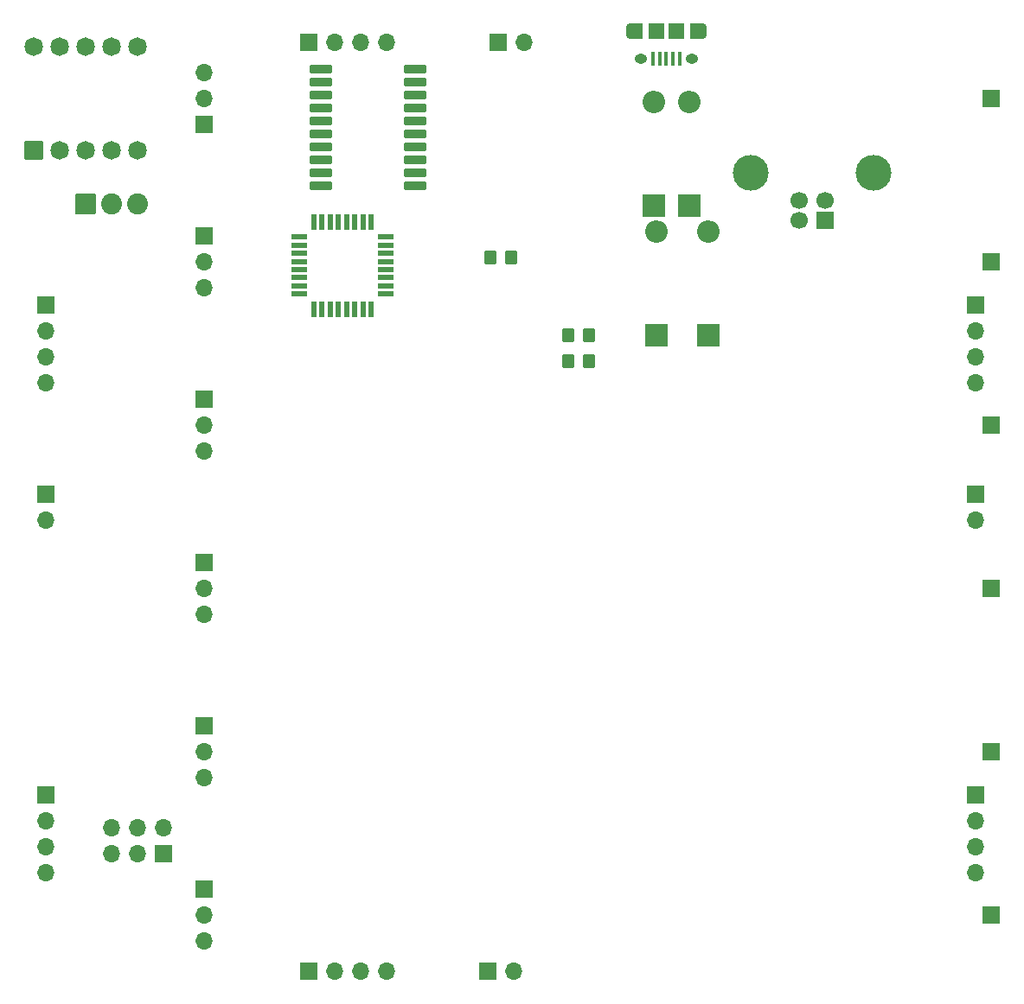
<source format=gbr>
%TF.GenerationSoftware,KiCad,Pcbnew,7.0.9*%
%TF.CreationDate,2024-03-13T01:01:39-05:00*%
%TF.ProjectId,BOARD,424f4152-442e-46b6-9963-61645f706362,rev?*%
%TF.SameCoordinates,Original*%
%TF.FileFunction,Soldermask,Bot*%
%TF.FilePolarity,Negative*%
%FSLAX46Y46*%
G04 Gerber Fmt 4.6, Leading zero omitted, Abs format (unit mm)*
G04 Created by KiCad (PCBNEW 7.0.9) date 2024-03-13 01:01:39*
%MOMM*%
%LPD*%
G01*
G04 APERTURE LIST*
G04 Aperture macros list*
%AMRoundRect*
0 Rectangle with rounded corners*
0 $1 Rounding radius*
0 $2 $3 $4 $5 $6 $7 $8 $9 X,Y pos of 4 corners*
0 Add a 4 corners polygon primitive as box body*
4,1,4,$2,$3,$4,$5,$6,$7,$8,$9,$2,$3,0*
0 Add four circle primitives for the rounded corners*
1,1,$1+$1,$2,$3*
1,1,$1+$1,$4,$5*
1,1,$1+$1,$6,$7*
1,1,$1+$1,$8,$9*
0 Add four rect primitives between the rounded corners*
20,1,$1+$1,$2,$3,$4,$5,0*
20,1,$1+$1,$4,$5,$6,$7,0*
20,1,$1+$1,$6,$7,$8,$9,0*
20,1,$1+$1,$8,$9,$2,$3,0*%
G04 Aperture macros list end*
%ADD10R,1.700000X1.700000*%
%ADD11RoundRect,0.102000X-0.922500X-0.922500X0.922500X-0.922500X0.922500X0.922500X-0.922500X0.922500X0*%
%ADD12C,2.049000*%
%ADD13O,1.700000X1.700000*%
%ADD14RoundRect,0.102000X0.810000X-0.810000X0.810000X0.810000X-0.810000X0.810000X-0.810000X-0.810000X0*%
%ADD15C,1.824000*%
%ADD16R,2.200000X2.200000*%
%ADD17O,2.200000X2.200000*%
%ADD18RoundRect,0.250000X-0.350000X-0.450000X0.350000X-0.450000X0.350000X0.450000X-0.350000X0.450000X0*%
%ADD19R,0.400000X1.350000*%
%ADD20O,0.890000X1.550000*%
%ADD21R,1.200000X1.550000*%
%ADD22O,1.250000X0.950000*%
%ADD23R,1.500000X1.550000*%
%ADD24R,1.600000X0.550000*%
%ADD25R,0.550000X1.600000*%
%ADD26RoundRect,0.144000X0.988000X0.258000X-0.988000X0.258000X-0.988000X-0.258000X0.988000X-0.258000X0*%
%ADD27RoundRect,0.250000X0.350000X0.450000X-0.350000X0.450000X-0.350000X-0.450000X0.350000X-0.450000X0*%
%ADD28C,1.700000*%
%ADD29C,3.500000*%
G04 APERTURE END LIST*
D10*
%TO.C,J57*%
X175000000Y-128000000D03*
%TD*%
D11*
%TO.C,Q1*%
X86360000Y-58310000D03*
D12*
X88900000Y-58310000D03*
X91440000Y-58310000D03*
%TD*%
D10*
%TO.C,J46*%
X175000000Y-48000000D03*
%TD*%
%TO.C,J43*%
X98000000Y-125460000D03*
D13*
X98000000Y-128000000D03*
X98000000Y-130540000D03*
%TD*%
D10*
%TO.C,J40*%
X98000000Y-77460000D03*
D13*
X98000000Y-80000000D03*
X98000000Y-82540000D03*
%TD*%
D10*
%TO.C,J55*%
X175000000Y-112000000D03*
%TD*%
%TO.C,J52*%
X175000000Y-64000000D03*
%TD*%
%TO.C,J61*%
X93980000Y-121920000D03*
D13*
X93980000Y-119380000D03*
X91440000Y-121920000D03*
X91440000Y-119380000D03*
X88900000Y-121920000D03*
X88900000Y-119380000D03*
%TD*%
D10*
%TO.C,J48*%
X173500000Y-116190000D03*
D13*
X173500000Y-118730000D03*
X173500000Y-121270000D03*
X173500000Y-123810000D03*
%TD*%
D10*
%TO.C,J37*%
X98000000Y-50540000D03*
D13*
X98000000Y-48000000D03*
X98000000Y-45460000D03*
%TD*%
D10*
%TO.C,J41*%
X98000000Y-93460000D03*
D13*
X98000000Y-96000000D03*
X98000000Y-98540000D03*
%TD*%
D10*
%TO.C,J44*%
X173500000Y-86725000D03*
D13*
X173500000Y-89265000D03*
%TD*%
D14*
%TO.C,D1*%
X81280000Y-53080000D03*
D15*
X83820000Y-53080000D03*
X86360000Y-53080000D03*
X88900000Y-53080000D03*
X91440000Y-53080000D03*
X91440000Y-42920000D03*
X88900000Y-42920000D03*
X86360000Y-42920000D03*
X83820000Y-42920000D03*
X81280000Y-42920000D03*
%TD*%
D10*
%TO.C,J39*%
X98000000Y-61460000D03*
D13*
X98000000Y-64000000D03*
X98000000Y-66540000D03*
%TD*%
D10*
%TO.C,J51*%
X126725000Y-42500000D03*
D13*
X129265000Y-42500000D03*
%TD*%
D10*
%TO.C,J42*%
X98000000Y-109460000D03*
D13*
X98000000Y-112000000D03*
X98000000Y-114540000D03*
%TD*%
D10*
%TO.C,J59*%
X108190000Y-42500000D03*
D13*
X110730000Y-42500000D03*
X113270000Y-42500000D03*
X115810000Y-42500000D03*
%TD*%
D10*
%TO.C,J54*%
X175000000Y-96000000D03*
%TD*%
D16*
%TO.C,D4*%
X142000000Y-58420000D03*
D17*
X142000000Y-48260000D03*
%TD*%
D10*
%TO.C,J49*%
X173500000Y-68190000D03*
D13*
X173500000Y-70730000D03*
X173500000Y-73270000D03*
X173500000Y-75810000D03*
%TD*%
D10*
%TO.C,J53*%
X175000000Y-80000000D03*
%TD*%
%TO.C,J45*%
X125725000Y-133500000D03*
D13*
X128265000Y-133500000D03*
%TD*%
D18*
%TO.C,R2*%
X133620000Y-71120000D03*
X135620000Y-71120000D03*
%TD*%
D19*
%TO.C,J38*%
X141900000Y-44100000D03*
X142550000Y-44100000D03*
X143200000Y-44100000D03*
X143850000Y-44100000D03*
X144500000Y-44100000D03*
D20*
X139700000Y-41400000D03*
D21*
X140300000Y-41400000D03*
D22*
X140700000Y-44100000D03*
D23*
X142200000Y-41400000D03*
X144200000Y-41400000D03*
D22*
X145700000Y-44100000D03*
D21*
X146100000Y-41400000D03*
D20*
X146700000Y-41400000D03*
%TD*%
D10*
%TO.C,J47*%
X82500000Y-68190000D03*
D13*
X82500000Y-70730000D03*
X82500000Y-73270000D03*
X82500000Y-75810000D03*
%TD*%
D24*
%TO.C,U1*%
X107250000Y-67130000D03*
X107250000Y-66330000D03*
X107250000Y-65530000D03*
X107250000Y-64730000D03*
X107250000Y-63930000D03*
X107250000Y-63130000D03*
X107250000Y-62330000D03*
X107250000Y-61530000D03*
D25*
X108700000Y-60080000D03*
X109500000Y-60080000D03*
X110300000Y-60080000D03*
X111100000Y-60080000D03*
X111900000Y-60080000D03*
X112700000Y-60080000D03*
X113500000Y-60080000D03*
X114300000Y-60080000D03*
D24*
X115750000Y-61530000D03*
X115750000Y-62330000D03*
X115750000Y-63130000D03*
X115750000Y-63930000D03*
X115750000Y-64730000D03*
X115750000Y-65530000D03*
X115750000Y-66330000D03*
X115750000Y-67130000D03*
D25*
X114300000Y-68580000D03*
X113500000Y-68580000D03*
X112700000Y-68580000D03*
X111900000Y-68580000D03*
X111100000Y-68580000D03*
X110300000Y-68580000D03*
X109500000Y-68580000D03*
X108700000Y-68580000D03*
%TD*%
D16*
%TO.C,D3*%
X145500000Y-58420000D03*
D17*
X145500000Y-48260000D03*
%TD*%
D16*
%TO.C,D5*%
X142240000Y-71120000D03*
D17*
X142240000Y-60960000D03*
%TD*%
D16*
%TO.C,D2*%
X147320000Y-71120000D03*
D17*
X147320000Y-60960000D03*
%TD*%
D26*
%TO.C,U2*%
X118640000Y-45085000D03*
X118640000Y-46355000D03*
X118640000Y-47625000D03*
X118640000Y-48895000D03*
X118640000Y-50165000D03*
X118640000Y-51435000D03*
X118640000Y-52705000D03*
X118640000Y-53975000D03*
X118640000Y-55245000D03*
X118640000Y-56515000D03*
X109360000Y-56515000D03*
X109360000Y-55245000D03*
X109360000Y-53975000D03*
X109360000Y-52705000D03*
X109360000Y-51435000D03*
X109360000Y-50165000D03*
X109360000Y-48895000D03*
X109360000Y-47625000D03*
X109360000Y-46355000D03*
X109360000Y-45085000D03*
%TD*%
D10*
%TO.C,J50*%
X82500000Y-116190000D03*
D13*
X82500000Y-118730000D03*
X82500000Y-121270000D03*
X82500000Y-123810000D03*
%TD*%
D10*
%TO.C,J58*%
X82500000Y-86725000D03*
D13*
X82500000Y-89265000D03*
%TD*%
D27*
%TO.C,R1*%
X128000000Y-63500000D03*
X126000000Y-63500000D03*
%TD*%
D10*
%TO.C,J60*%
X158730000Y-59917500D03*
D28*
X156230000Y-59917500D03*
X156230000Y-57917500D03*
X158730000Y-57917500D03*
D29*
X151460000Y-55207500D03*
X163500000Y-55207500D03*
%TD*%
D27*
%TO.C,R3*%
X135620000Y-73660000D03*
X133620000Y-73660000D03*
%TD*%
D10*
%TO.C,J56*%
X108190000Y-133500000D03*
D13*
X110730000Y-133500000D03*
X113270000Y-133500000D03*
X115810000Y-133500000D03*
%TD*%
M02*

</source>
